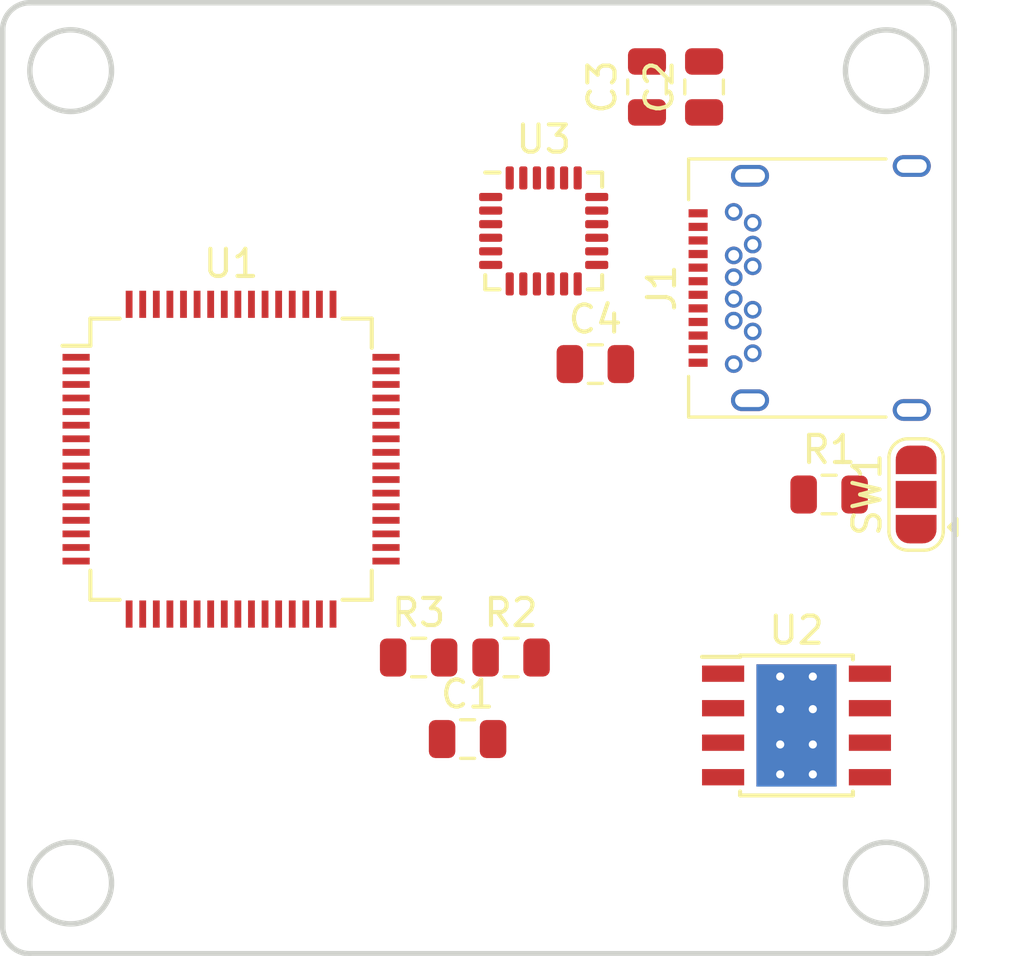
<source format=kicad_pcb>
(kicad_pcb (version 20171130) (host pcbnew 5.0.2+dfsg1-1)

  (general
    (thickness 1.6)
    (drawings 12)
    (tracks 0)
    (zones 0)
    (modules 12)
    (nets 89)
  )

  (page A4)
  (layers
    (0 F.Cu signal)
    (31 B.Cu signal)
    (32 B.Adhes user)
    (33 F.Adhes user)
    (34 B.Paste user)
    (35 F.Paste user)
    (36 B.SilkS user)
    (37 F.SilkS user)
    (38 B.Mask user)
    (39 F.Mask user)
    (40 Dwgs.User user)
    (41 Cmts.User user)
    (42 Eco1.User user)
    (43 Eco2.User user)
    (44 Edge.Cuts user)
    (45 Margin user)
    (46 B.CrtYd user)
    (47 F.CrtYd user)
    (48 B.Fab user)
    (49 F.Fab user)
  )

  (setup
    (last_trace_width 0.25)
    (trace_clearance 0.2)
    (zone_clearance 0.508)
    (zone_45_only no)
    (trace_min 0.2)
    (segment_width 0.2)
    (edge_width 0.2)
    (via_size 0.8)
    (via_drill 0.4)
    (via_min_size 0.4)
    (via_min_drill 0.3)
    (uvia_size 0.3)
    (uvia_drill 0.1)
    (uvias_allowed no)
    (uvia_min_size 0.2)
    (uvia_min_drill 0.1)
    (pcb_text_width 0.3)
    (pcb_text_size 1.5 1.5)
    (mod_edge_width 0.15)
    (mod_text_size 1 1)
    (mod_text_width 0.15)
    (pad_size 1.524 1.524)
    (pad_drill 0.762)
    (pad_to_mask_clearance 0.051)
    (solder_mask_min_width 0.25)
    (aux_axis_origin 0 0)
    (visible_elements FFFFFF7F)
    (pcbplotparams
      (layerselection 0x010fc_ffffffff)
      (usegerberextensions false)
      (usegerberattributes false)
      (usegerberadvancedattributes false)
      (creategerberjobfile false)
      (excludeedgelayer true)
      (linewidth 0.100000)
      (plotframeref false)
      (viasonmask false)
      (mode 1)
      (useauxorigin false)
      (hpglpennumber 1)
      (hpglpenspeed 20)
      (hpglpendiameter 15.000000)
      (psnegative false)
      (psa4output false)
      (plotreference true)
      (plotvalue true)
      (plotinvisibletext false)
      (padsonsilk false)
      (subtractmaskfromsilk false)
      (outputformat 1)
      (mirror false)
      (drillshape 1)
      (scaleselection 1)
      (outputdirectory ""))
  )

  (net 0 "")
  (net 1 GND)
  (net 2 VDD)
  (net 3 "Net-(C4-Pad1)")
  (net 4 "Net-(J1-PadS1)")
  (net 5 "Net-(J1-PadA1)")
  (net 6 "Net-(J1-PadA2)")
  (net 7 "Net-(J1-PadA3)")
  (net 8 "Net-(J1-PadA4)")
  (net 9 "Net-(J1-PadA5)")
  (net 10 /D+)
  (net 11 /D-)
  (net 12 "Net-(J1-PadA10)")
  (net 13 "Net-(J1-PadA8)")
  (net 14 "Net-(J1-PadA11)")
  (net 15 "Net-(J1-PadB2)")
  (net 16 "Net-(J1-PadB3)")
  (net 17 "Net-(J1-PadB5)")
  (net 18 "Net-(J1-PadB8)")
  (net 19 "Net-(J1-PadB10)")
  (net 20 "Net-(J1-PadB11)")
  (net 21 "Net-(R1-Pad1)")
  (net 22 "Net-(R2-Pad2)")
  (net 23 "Net-(U1-Pad1)")
  (net 24 "Net-(U1-Pad2)")
  (net 25 "Net-(U1-Pad3)")
  (net 26 "Net-(U1-Pad4)")
  (net 27 "Net-(U1-Pad5)")
  (net 28 "Net-(U1-Pad6)")
  (net 29 "Net-(U1-Pad7)")
  (net 30 "Net-(U1-Pad8)")
  (net 31 "Net-(U1-Pad9)")
  (net 32 "Net-(U1-Pad10)")
  (net 33 "Net-(U1-Pad11)")
  (net 34 "Net-(U1-Pad13)")
  (net 35 "Net-(U1-Pad14)")
  (net 36 "Net-(U1-Pad15)")
  (net 37 "Net-(U1-Pad16)")
  (net 38 "Net-(U1-Pad17)")
  (net 39 /GYRO_CS)
  (net 40 /SCLK1)
  (net 41 /MISO1)
  (net 42 /MOSI1)
  (net 43 "Net-(U1-Pad24)")
  (net 44 "Net-(U1-Pad25)")
  (net 45 "Net-(U1-Pad26)")
  (net 46 "Net-(U1-Pad27)")
  (net 47 "Net-(U1-Pad28)")
  (net 48 "Net-(U1-Pad29)")
  (net 49 "Net-(U1-Pad30)")
  (net 50 "Net-(U1-Pad33)")
  (net 51 "Net-(U1-Pad34)")
  (net 52 "Net-(U1-Pad35)")
  (net 53 "Net-(U1-Pad36)")
  (net 54 "Net-(U1-Pad37)")
  (net 55 "Net-(U1-Pad38)")
  (net 56 "Net-(U1-Pad39)")
  (net 57 "Net-(U1-Pad40)")
  (net 58 /TX1)
  (net 59 /RX1)
  (net 60 "Net-(U1-Pad46)")
  (net 61 "Net-(U1-Pad49)")
  (net 62 "Net-(U1-Pad50)")
  (net 63 "Net-(U1-Pad51)")
  (net 64 "Net-(U1-Pad52)")
  (net 65 "Net-(U1-Pad53)")
  (net 66 "Net-(U1-Pad54)")
  (net 67 "Net-(U1-Pad55)")
  (net 68 "Net-(U1-Pad56)")
  (net 69 "Net-(U1-Pad57)")
  (net 70 /Motor1)
  (net 71 /Motor2)
  (net 72 /Motor3)
  (net 73 /Motor4)
  (net 74 "Net-(U2-Pad9)")
  (net 75 "Net-(U2-Pad1)")
  (net 76 "Net-(U2-Pad2)")
  (net 77 "Net-(U2-Pad3)")
  (net 78 "Net-(U2-Pad4)")
  (net 79 "Net-(U2-Pad5)")
  (net 80 "Net-(U2-Pad6)")
  (net 81 "Net-(U2-Pad7)")
  (net 82 "Net-(U2-Pad8)")
  (net 83 "Net-(U3-Pad1)")
  (net 84 "Net-(U3-Pad6)")
  (net 85 "Net-(U3-Pad7)")
  (net 86 "Net-(U3-Pad11)")
  (net 87 "Net-(U3-Pad12)")
  (net 88 "Net-(U3-Pad20)")

  (net_class Default "Ceci est la Netclass par défaut."
    (clearance 0.2)
    (trace_width 0.25)
    (via_dia 0.8)
    (via_drill 0.4)
    (uvia_dia 0.3)
    (uvia_drill 0.1)
    (add_net /D+)
    (add_net /D-)
    (add_net /GYRO_CS)
    (add_net /MISO1)
    (add_net /MOSI1)
    (add_net /Motor1)
    (add_net /Motor2)
    (add_net /Motor3)
    (add_net /Motor4)
    (add_net /RX1)
    (add_net /SCLK1)
    (add_net /TX1)
    (add_net GND)
    (add_net "Net-(C4-Pad1)")
    (add_net "Net-(J1-PadA1)")
    (add_net "Net-(J1-PadA10)")
    (add_net "Net-(J1-PadA11)")
    (add_net "Net-(J1-PadA2)")
    (add_net "Net-(J1-PadA3)")
    (add_net "Net-(J1-PadA4)")
    (add_net "Net-(J1-PadA5)")
    (add_net "Net-(J1-PadA8)")
    (add_net "Net-(J1-PadB10)")
    (add_net "Net-(J1-PadB11)")
    (add_net "Net-(J1-PadB2)")
    (add_net "Net-(J1-PadB3)")
    (add_net "Net-(J1-PadB5)")
    (add_net "Net-(J1-PadB8)")
    (add_net "Net-(J1-PadS1)")
    (add_net "Net-(R1-Pad1)")
    (add_net "Net-(R2-Pad2)")
    (add_net "Net-(U1-Pad1)")
    (add_net "Net-(U1-Pad10)")
    (add_net "Net-(U1-Pad11)")
    (add_net "Net-(U1-Pad13)")
    (add_net "Net-(U1-Pad14)")
    (add_net "Net-(U1-Pad15)")
    (add_net "Net-(U1-Pad16)")
    (add_net "Net-(U1-Pad17)")
    (add_net "Net-(U1-Pad2)")
    (add_net "Net-(U1-Pad24)")
    (add_net "Net-(U1-Pad25)")
    (add_net "Net-(U1-Pad26)")
    (add_net "Net-(U1-Pad27)")
    (add_net "Net-(U1-Pad28)")
    (add_net "Net-(U1-Pad29)")
    (add_net "Net-(U1-Pad3)")
    (add_net "Net-(U1-Pad30)")
    (add_net "Net-(U1-Pad33)")
    (add_net "Net-(U1-Pad34)")
    (add_net "Net-(U1-Pad35)")
    (add_net "Net-(U1-Pad36)")
    (add_net "Net-(U1-Pad37)")
    (add_net "Net-(U1-Pad38)")
    (add_net "Net-(U1-Pad39)")
    (add_net "Net-(U1-Pad4)")
    (add_net "Net-(U1-Pad40)")
    (add_net "Net-(U1-Pad46)")
    (add_net "Net-(U1-Pad49)")
    (add_net "Net-(U1-Pad5)")
    (add_net "Net-(U1-Pad50)")
    (add_net "Net-(U1-Pad51)")
    (add_net "Net-(U1-Pad52)")
    (add_net "Net-(U1-Pad53)")
    (add_net "Net-(U1-Pad54)")
    (add_net "Net-(U1-Pad55)")
    (add_net "Net-(U1-Pad56)")
    (add_net "Net-(U1-Pad57)")
    (add_net "Net-(U1-Pad6)")
    (add_net "Net-(U1-Pad7)")
    (add_net "Net-(U1-Pad8)")
    (add_net "Net-(U1-Pad9)")
    (add_net "Net-(U2-Pad1)")
    (add_net "Net-(U2-Pad2)")
    (add_net "Net-(U2-Pad3)")
    (add_net "Net-(U2-Pad4)")
    (add_net "Net-(U2-Pad5)")
    (add_net "Net-(U2-Pad6)")
    (add_net "Net-(U2-Pad7)")
    (add_net "Net-(U2-Pad8)")
    (add_net "Net-(U2-Pad9)")
    (add_net "Net-(U3-Pad1)")
    (add_net "Net-(U3-Pad11)")
    (add_net "Net-(U3-Pad12)")
    (add_net "Net-(U3-Pad20)")
    (add_net "Net-(U3-Pad6)")
    (add_net "Net-(U3-Pad7)")
    (add_net VDD)
  )

  (module Capacitor_SMD:C_0805_2012Metric (layer F.Cu) (tedit 5B36C52B) (tstamp 5E62D199)
    (at 32.1 42.1)
    (descr "Capacitor SMD 0805 (2012 Metric), square (rectangular) end terminal, IPC_7351 nominal, (Body size source: https://docs.google.com/spreadsheets/d/1BsfQQcO9C6DZCsRaXUlFlo91Tg2WpOkGARC1WS5S8t0/edit?usp=sharing), generated with kicad-footprint-generator")
    (tags capacitor)
    (path /5E566FA3)
    (attr smd)
    (fp_text reference C1 (at 0 -1.65) (layer F.SilkS)
      (effects (font (size 1 1) (thickness 0.15)))
    )
    (fp_text value 10nF (at 0 1.65) (layer F.Fab)
      (effects (font (size 1 1) (thickness 0.15)))
    )
    (fp_line (start -1 0.6) (end -1 -0.6) (layer F.Fab) (width 0.1))
    (fp_line (start -1 -0.6) (end 1 -0.6) (layer F.Fab) (width 0.1))
    (fp_line (start 1 -0.6) (end 1 0.6) (layer F.Fab) (width 0.1))
    (fp_line (start 1 0.6) (end -1 0.6) (layer F.Fab) (width 0.1))
    (fp_line (start -0.258578 -0.71) (end 0.258578 -0.71) (layer F.SilkS) (width 0.12))
    (fp_line (start -0.258578 0.71) (end 0.258578 0.71) (layer F.SilkS) (width 0.12))
    (fp_line (start -1.68 0.95) (end -1.68 -0.95) (layer F.CrtYd) (width 0.05))
    (fp_line (start -1.68 -0.95) (end 1.68 -0.95) (layer F.CrtYd) (width 0.05))
    (fp_line (start 1.68 -0.95) (end 1.68 0.95) (layer F.CrtYd) (width 0.05))
    (fp_line (start 1.68 0.95) (end -1.68 0.95) (layer F.CrtYd) (width 0.05))
    (fp_text user %R (at 0 0) (layer F.Fab)
      (effects (font (size 0.5 0.5) (thickness 0.08)))
    )
    (pad 1 smd roundrect (at -0.9375 0) (size 0.975 1.4) (layers F.Cu F.Paste F.Mask) (roundrect_rratio 0.25)
      (net 1 GND))
    (pad 2 smd roundrect (at 0.9375 0) (size 0.975 1.4) (layers F.Cu F.Paste F.Mask) (roundrect_rratio 0.25)
      (net 2 VDD))
    (model ${KISYS3DMOD}/Capacitor_SMD.3dshapes/C_0805_2012Metric.wrl
      (at (xyz 0 0 0))
      (scale (xyz 1 1 1))
      (rotate (xyz 0 0 0))
    )
  )

  (module Capacitor_SMD:C_0805_2012Metric (layer F.Cu) (tedit 5B36C52B) (tstamp 5E62D1AA)
    (at 40.8 18.1 90)
    (descr "Capacitor SMD 0805 (2012 Metric), square (rectangular) end terminal, IPC_7351 nominal, (Body size source: https://docs.google.com/spreadsheets/d/1BsfQQcO9C6DZCsRaXUlFlo91Tg2WpOkGARC1WS5S8t0/edit?usp=sharing), generated with kicad-footprint-generator")
    (tags capacitor)
    (path /5E56C31E)
    (attr smd)
    (fp_text reference C2 (at 0 -1.65 90) (layer F.SilkS)
      (effects (font (size 1 1) (thickness 0.15)))
    )
    (fp_text value 2.2µF (at 0 1.65 90) (layer F.Fab)
      (effects (font (size 1 1) (thickness 0.15)))
    )
    (fp_line (start -1 0.6) (end -1 -0.6) (layer F.Fab) (width 0.1))
    (fp_line (start -1 -0.6) (end 1 -0.6) (layer F.Fab) (width 0.1))
    (fp_line (start 1 -0.6) (end 1 0.6) (layer F.Fab) (width 0.1))
    (fp_line (start 1 0.6) (end -1 0.6) (layer F.Fab) (width 0.1))
    (fp_line (start -0.258578 -0.71) (end 0.258578 -0.71) (layer F.SilkS) (width 0.12))
    (fp_line (start -0.258578 0.71) (end 0.258578 0.71) (layer F.SilkS) (width 0.12))
    (fp_line (start -1.68 0.95) (end -1.68 -0.95) (layer F.CrtYd) (width 0.05))
    (fp_line (start -1.68 -0.95) (end 1.68 -0.95) (layer F.CrtYd) (width 0.05))
    (fp_line (start 1.68 -0.95) (end 1.68 0.95) (layer F.CrtYd) (width 0.05))
    (fp_line (start 1.68 0.95) (end -1.68 0.95) (layer F.CrtYd) (width 0.05))
    (fp_text user %R (at 0 0 90) (layer F.Fab)
      (effects (font (size 0.5 0.5) (thickness 0.08)))
    )
    (pad 1 smd roundrect (at -0.9375 0 90) (size 0.975 1.4) (layers F.Cu F.Paste F.Mask) (roundrect_rratio 0.25)
      (net 2 VDD))
    (pad 2 smd roundrect (at 0.9375 0 90) (size 0.975 1.4) (layers F.Cu F.Paste F.Mask) (roundrect_rratio 0.25)
      (net 1 GND))
    (model ${KISYS3DMOD}/Capacitor_SMD.3dshapes/C_0805_2012Metric.wrl
      (at (xyz 0 0 0))
      (scale (xyz 1 1 1))
      (rotate (xyz 0 0 0))
    )
  )

  (module Capacitor_SMD:C_0805_2012Metric (layer F.Cu) (tedit 5B36C52B) (tstamp 5E62D1BB)
    (at 38.7 18.1 90)
    (descr "Capacitor SMD 0805 (2012 Metric), square (rectangular) end terminal, IPC_7351 nominal, (Body size source: https://docs.google.com/spreadsheets/d/1BsfQQcO9C6DZCsRaXUlFlo91Tg2WpOkGARC1WS5S8t0/edit?usp=sharing), generated with kicad-footprint-generator")
    (tags capacitor)
    (path /5E56C28A)
    (attr smd)
    (fp_text reference C3 (at 0 -1.65 90) (layer F.SilkS)
      (effects (font (size 1 1) (thickness 0.15)))
    )
    (fp_text value 0.1µF (at 0 1.65 90) (layer F.Fab)
      (effects (font (size 1 1) (thickness 0.15)))
    )
    (fp_text user %R (at 0 0 90) (layer F.Fab)
      (effects (font (size 0.5 0.5) (thickness 0.08)))
    )
    (fp_line (start 1.68 0.95) (end -1.68 0.95) (layer F.CrtYd) (width 0.05))
    (fp_line (start 1.68 -0.95) (end 1.68 0.95) (layer F.CrtYd) (width 0.05))
    (fp_line (start -1.68 -0.95) (end 1.68 -0.95) (layer F.CrtYd) (width 0.05))
    (fp_line (start -1.68 0.95) (end -1.68 -0.95) (layer F.CrtYd) (width 0.05))
    (fp_line (start -0.258578 0.71) (end 0.258578 0.71) (layer F.SilkS) (width 0.12))
    (fp_line (start -0.258578 -0.71) (end 0.258578 -0.71) (layer F.SilkS) (width 0.12))
    (fp_line (start 1 0.6) (end -1 0.6) (layer F.Fab) (width 0.1))
    (fp_line (start 1 -0.6) (end 1 0.6) (layer F.Fab) (width 0.1))
    (fp_line (start -1 -0.6) (end 1 -0.6) (layer F.Fab) (width 0.1))
    (fp_line (start -1 0.6) (end -1 -0.6) (layer F.Fab) (width 0.1))
    (pad 2 smd roundrect (at 0.9375 0 90) (size 0.975 1.4) (layers F.Cu F.Paste F.Mask) (roundrect_rratio 0.25)
      (net 1 GND))
    (pad 1 smd roundrect (at -0.9375 0 90) (size 0.975 1.4) (layers F.Cu F.Paste F.Mask) (roundrect_rratio 0.25)
      (net 2 VDD))
    (model ${KISYS3DMOD}/Capacitor_SMD.3dshapes/C_0805_2012Metric.wrl
      (at (xyz 0 0 0))
      (scale (xyz 1 1 1))
      (rotate (xyz 0 0 0))
    )
  )

  (module Capacitor_SMD:C_0805_2012Metric (layer F.Cu) (tedit 5B36C52B) (tstamp 5E62D1CC)
    (at 36.8 28.3)
    (descr "Capacitor SMD 0805 (2012 Metric), square (rectangular) end terminal, IPC_7351 nominal, (Body size source: https://docs.google.com/spreadsheets/d/1BsfQQcO9C6DZCsRaXUlFlo91Tg2WpOkGARC1WS5S8t0/edit?usp=sharing), generated with kicad-footprint-generator")
    (tags capacitor)
    (path /5E572AB1)
    (attr smd)
    (fp_text reference C4 (at 0 -1.65) (layer F.SilkS)
      (effects (font (size 1 1) (thickness 0.15)))
    )
    (fp_text value C_Small (at 0 1.65) (layer F.Fab)
      (effects (font (size 1 1) (thickness 0.15)))
    )
    (fp_text user %R (at 0 0) (layer F.Fab)
      (effects (font (size 0.5 0.5) (thickness 0.08)))
    )
    (fp_line (start 1.68 0.95) (end -1.68 0.95) (layer F.CrtYd) (width 0.05))
    (fp_line (start 1.68 -0.95) (end 1.68 0.95) (layer F.CrtYd) (width 0.05))
    (fp_line (start -1.68 -0.95) (end 1.68 -0.95) (layer F.CrtYd) (width 0.05))
    (fp_line (start -1.68 0.95) (end -1.68 -0.95) (layer F.CrtYd) (width 0.05))
    (fp_line (start -0.258578 0.71) (end 0.258578 0.71) (layer F.SilkS) (width 0.12))
    (fp_line (start -0.258578 -0.71) (end 0.258578 -0.71) (layer F.SilkS) (width 0.12))
    (fp_line (start 1 0.6) (end -1 0.6) (layer F.Fab) (width 0.1))
    (fp_line (start 1 -0.6) (end 1 0.6) (layer F.Fab) (width 0.1))
    (fp_line (start -1 -0.6) (end 1 -0.6) (layer F.Fab) (width 0.1))
    (fp_line (start -1 0.6) (end -1 -0.6) (layer F.Fab) (width 0.1))
    (pad 2 smd roundrect (at 0.9375 0) (size 0.975 1.4) (layers F.Cu F.Paste F.Mask) (roundrect_rratio 0.25)
      (net 1 GND))
    (pad 1 smd roundrect (at -0.9375 0) (size 0.975 1.4) (layers F.Cu F.Paste F.Mask) (roundrect_rratio 0.25)
      (net 3 "Net-(C4-Pad1)"))
    (model ${KISYS3DMOD}/Capacitor_SMD.3dshapes/C_0805_2012Metric.wrl
      (at (xyz 0 0 0))
      (scale (xyz 1 1 1))
      (rotate (xyz 0 0 0))
    )
  )

  (module Connector_USB:USB_C_Receptacle_Amphenol_12401548E4-2A (layer F.Cu) (tedit 5A142044) (tstamp 5E62D1FB)
    (at 45.6 25.5 90)
    (descr "USB TYPE C, RA RCPT PCB, Hybrid, https://www.amphenolcanada.com/StockAvailabilityPrice.aspx?From=&PartNum=12401548E4%7e2A")
    (tags "USB C Type-C Receptacle Hybrid")
    (path /5E5664C4)
    (attr smd)
    (fp_text reference J1 (at 0 -6.36 90) (layer F.SilkS)
      (effects (font (size 1 1) (thickness 0.15)))
    )
    (fp_text value USB_C_Receptacle (at 0 6.14 90) (layer F.Fab)
      (effects (font (size 1 1) (thickness 0.15)))
    )
    (fp_text user %R (at 0 0 90) (layer F.Fab)
      (effects (font (size 1 1) (thickness 0.1)))
    )
    (fp_line (start -5.39 5.73) (end -5.39 -5.87) (layer F.CrtYd) (width 0.05))
    (fp_line (start 5.39 5.73) (end -5.39 5.73) (layer F.CrtYd) (width 0.05))
    (fp_line (start 5.39 -5.87) (end 5.39 5.73) (layer F.CrtYd) (width 0.05))
    (fp_line (start -5.39 -5.87) (end 5.39 -5.87) (layer F.CrtYd) (width 0.05))
    (fp_line (start 4.6 5.23) (end 4.6 -5.22) (layer F.Fab) (width 0.1))
    (fp_line (start -4.6 5.23) (end 4.6 5.23) (layer F.Fab) (width 0.1))
    (fp_line (start 3.25 -5.37) (end 4.75 -5.37) (layer F.SilkS) (width 0.12))
    (fp_line (start 4.75 -5.37) (end 4.75 1.89) (layer F.SilkS) (width 0.12))
    (fp_line (start -4.75 -5.37) (end -4.75 1.89) (layer F.SilkS) (width 0.12))
    (fp_line (start -4.75 -5.37) (end -3.25 -5.37) (layer F.SilkS) (width 0.12))
    (fp_line (start -4.6 -5.22) (end 4.6 -5.22) (layer F.Fab) (width 0.1))
    (fp_line (start -4.6 5.23) (end -4.6 -5.22) (layer F.Fab) (width 0.1))
    (pad S1 thru_hole oval (at -4.13 -3.11 90) (size 0.8 1.4) (drill oval 0.5 1.1) (layers *.Cu *.Mask)
      (net 4 "Net-(J1-PadS1)"))
    (pad A1 smd rect (at -2.75 -5.02 90) (size 0.3 0.7) (layers F.Cu F.Paste F.Mask)
      (net 5 "Net-(J1-PadA1)"))
    (pad A2 smd rect (at -2.25 -5.02 90) (size 0.3 0.7) (layers F.Cu F.Paste F.Mask)
      (net 6 "Net-(J1-PadA2)"))
    (pad A3 smd rect (at -1.75 -5.02 90) (size 0.3 0.7) (layers F.Cu F.Paste F.Mask)
      (net 7 "Net-(J1-PadA3)"))
    (pad A4 smd rect (at -1.25 -5.02 90) (size 0.3 0.7) (layers F.Cu F.Paste F.Mask)
      (net 8 "Net-(J1-PadA4)"))
    (pad A5 smd rect (at -0.75 -5.02 90) (size 0.3 0.7) (layers F.Cu F.Paste F.Mask)
      (net 9 "Net-(J1-PadA5)"))
    (pad A6 smd rect (at -0.25 -5.02 90) (size 0.3 0.7) (layers F.Cu F.Paste F.Mask)
      (net 10 /D+))
    (pad A7 smd rect (at 0.25 -5.02 90) (size 0.3 0.7) (layers F.Cu F.Paste F.Mask)
      (net 11 /D-))
    (pad A12 smd rect (at 2.75 -5.02 90) (size 0.3 0.7) (layers F.Cu F.Paste F.Mask)
      (net 5 "Net-(J1-PadA1)"))
    (pad A10 smd rect (at 1.75 -5.02 90) (size 0.3 0.7) (layers F.Cu F.Paste F.Mask)
      (net 12 "Net-(J1-PadA10)"))
    (pad A9 smd rect (at 1.25 -5.02 90) (size 0.3 0.7) (layers F.Cu F.Paste F.Mask)
      (net 8 "Net-(J1-PadA4)"))
    (pad A8 smd rect (at 0.75 -5.02 90) (size 0.3 0.7) (layers F.Cu F.Paste F.Mask)
      (net 13 "Net-(J1-PadA8)"))
    (pad A11 smd rect (at 2.25 -5.02 90) (size 0.3 0.7) (layers F.Cu F.Paste F.Mask)
      (net 14 "Net-(J1-PadA11)"))
    (pad S1 thru_hole oval (at 4.13 -3.11 90) (size 0.8 1.4) (drill oval 0.5 1.1) (layers *.Cu *.Mask)
      (net 4 "Net-(J1-PadS1)"))
    (pad S1 thru_hole oval (at 4.49 2.84 90) (size 0.8 1.4) (drill oval 0.5 1.1) (layers *.Cu *.Mask)
      (net 4 "Net-(J1-PadS1)"))
    (pad S1 thru_hole oval (at -4.49 2.84 90) (size 0.8 1.4) (drill oval 0.5 1.1) (layers *.Cu *.Mask)
      (net 4 "Net-(J1-PadS1)"))
    (pad "" np_thru_hole oval (at 3.6 -4.36 90) (size 0.95 0.65) (drill oval 0.95 0.65) (layers *.Cu *.Mask))
    (pad "" np_thru_hole circle (at -3.6 -4.36 90) (size 0.65 0.65) (drill 0.65) (layers *.Cu *.Mask))
    (pad B1 thru_hole circle (at 2.8 -3.71 90) (size 0.65 0.65) (drill 0.4) (layers *.Cu *.Mask)
      (net 5 "Net-(J1-PadA1)"))
    (pad B4 thru_hole circle (at 1.2 -3.71 90) (size 0.65 0.65) (drill 0.4) (layers *.Cu *.Mask)
      (net 8 "Net-(J1-PadA4)"))
    (pad B6 thru_hole circle (at 0.4 -3.71 90) (size 0.65 0.65) (drill 0.4) (layers *.Cu *.Mask)
      (net 10 /D+))
    (pad B7 thru_hole circle (at -0.4 -3.71 90) (size 0.65 0.65) (drill 0.4) (layers *.Cu *.Mask)
      (net 11 /D-))
    (pad B9 thru_hole circle (at -1.2 -3.71 90) (size 0.65 0.65) (drill 0.4) (layers *.Cu *.Mask)
      (net 8 "Net-(J1-PadA4)"))
    (pad B12 thru_hole circle (at -2.8 -3.71 90) (size 0.65 0.65) (drill 0.4) (layers *.Cu *.Mask)
      (net 5 "Net-(J1-PadA1)"))
    (pad B2 thru_hole circle (at 2.4 -3.01 90) (size 0.65 0.65) (drill 0.4) (layers *.Cu *.Mask)
      (net 15 "Net-(J1-PadB2)"))
    (pad B3 thru_hole circle (at 1.6 -3.01 90) (size 0.65 0.65) (drill 0.4) (layers *.Cu *.Mask)
      (net 16 "Net-(J1-PadB3)"))
    (pad B5 thru_hole circle (at 0.8 -3.01 90) (size 0.65 0.65) (drill 0.4) (layers *.Cu *.Mask)
      (net 17 "Net-(J1-PadB5)"))
    (pad B8 thru_hole circle (at -0.8 -3.01 90) (size 0.65 0.65) (drill 0.4) (layers *.Cu *.Mask)
      (net 18 "Net-(J1-PadB8)"))
    (pad B10 thru_hole circle (at -1.6 -3.01 90) (size 0.65 0.65) (drill 0.4) (layers *.Cu *.Mask)
      (net 19 "Net-(J1-PadB10)"))
    (pad B11 thru_hole circle (at -2.4 -3.01 90) (size 0.65 0.65) (drill 0.4) (layers *.Cu *.Mask)
      (net 20 "Net-(J1-PadB11)"))
    (model ${KISYS3DMOD}/Connector_USB.3dshapes/USB_C_Receptacle_Amphenol_12401548E4-2A.wrl
      (at (xyz 0 0 0))
      (scale (xyz 1 1 1))
      (rotate (xyz 0 0 0))
    )
  )

  (module Resistor_SMD:R_0805_2012Metric (layer F.Cu) (tedit 5B36C52B) (tstamp 5E62D20C)
    (at 45.4 33.1)
    (descr "Resistor SMD 0805 (2012 Metric), square (rectangular) end terminal, IPC_7351 nominal, (Body size source: https://docs.google.com/spreadsheets/d/1BsfQQcO9C6DZCsRaXUlFlo91Tg2WpOkGARC1WS5S8t0/edit?usp=sharing), generated with kicad-footprint-generator")
    (tags resistor)
    (path /5E565B27)
    (attr smd)
    (fp_text reference R1 (at 0 -1.65) (layer F.SilkS)
      (effects (font (size 1 1) (thickness 0.15)))
    )
    (fp_text value 4.7k (at 0 1.65) (layer F.Fab)
      (effects (font (size 1 1) (thickness 0.15)))
    )
    (fp_line (start -1 0.6) (end -1 -0.6) (layer F.Fab) (width 0.1))
    (fp_line (start -1 -0.6) (end 1 -0.6) (layer F.Fab) (width 0.1))
    (fp_line (start 1 -0.6) (end 1 0.6) (layer F.Fab) (width 0.1))
    (fp_line (start 1 0.6) (end -1 0.6) (layer F.Fab) (width 0.1))
    (fp_line (start -0.258578 -0.71) (end 0.258578 -0.71) (layer F.SilkS) (width 0.12))
    (fp_line (start -0.258578 0.71) (end 0.258578 0.71) (layer F.SilkS) (width 0.12))
    (fp_line (start -1.68 0.95) (end -1.68 -0.95) (layer F.CrtYd) (width 0.05))
    (fp_line (start -1.68 -0.95) (end 1.68 -0.95) (layer F.CrtYd) (width 0.05))
    (fp_line (start 1.68 -0.95) (end 1.68 0.95) (layer F.CrtYd) (width 0.05))
    (fp_line (start 1.68 0.95) (end -1.68 0.95) (layer F.CrtYd) (width 0.05))
    (fp_text user %R (at 0 0) (layer F.Fab)
      (effects (font (size 0.5 0.5) (thickness 0.08)))
    )
    (pad 1 smd roundrect (at -0.9375 0) (size 0.975 1.4) (layers F.Cu F.Paste F.Mask) (roundrect_rratio 0.25)
      (net 21 "Net-(R1-Pad1)"))
    (pad 2 smd roundrect (at 0.9375 0) (size 0.975 1.4) (layers F.Cu F.Paste F.Mask) (roundrect_rratio 0.25)
      (net 1 GND))
    (model ${KISYS3DMOD}/Resistor_SMD.3dshapes/R_0805_2012Metric.wrl
      (at (xyz 0 0 0))
      (scale (xyz 1 1 1))
      (rotate (xyz 0 0 0))
    )
  )

  (module Resistor_SMD:R_0805_2012Metric (layer F.Cu) (tedit 5B36C52B) (tstamp 5E62D21D)
    (at 33.7 39.1)
    (descr "Resistor SMD 0805 (2012 Metric), square (rectangular) end terminal, IPC_7351 nominal, (Body size source: https://docs.google.com/spreadsheets/d/1BsfQQcO9C6DZCsRaXUlFlo91Tg2WpOkGARC1WS5S8t0/edit?usp=sharing), generated with kicad-footprint-generator")
    (tags resistor)
    (path /5E568D48)
    (attr smd)
    (fp_text reference R2 (at 0 -1.65) (layer F.SilkS)
      (effects (font (size 1 1) (thickness 0.15)))
    )
    (fp_text value 10k (at 0 1.65) (layer F.Fab)
      (effects (font (size 1 1) (thickness 0.15)))
    )
    (fp_text user %R (at 0 0) (layer F.Fab)
      (effects (font (size 0.5 0.5) (thickness 0.08)))
    )
    (fp_line (start 1.68 0.95) (end -1.68 0.95) (layer F.CrtYd) (width 0.05))
    (fp_line (start 1.68 -0.95) (end 1.68 0.95) (layer F.CrtYd) (width 0.05))
    (fp_line (start -1.68 -0.95) (end 1.68 -0.95) (layer F.CrtYd) (width 0.05))
    (fp_line (start -1.68 0.95) (end -1.68 -0.95) (layer F.CrtYd) (width 0.05))
    (fp_line (start -0.258578 0.71) (end 0.258578 0.71) (layer F.SilkS) (width 0.12))
    (fp_line (start -0.258578 -0.71) (end 0.258578 -0.71) (layer F.SilkS) (width 0.12))
    (fp_line (start 1 0.6) (end -1 0.6) (layer F.Fab) (width 0.1))
    (fp_line (start 1 -0.6) (end 1 0.6) (layer F.Fab) (width 0.1))
    (fp_line (start -1 -0.6) (end 1 -0.6) (layer F.Fab) (width 0.1))
    (fp_line (start -1 0.6) (end -1 -0.6) (layer F.Fab) (width 0.1))
    (pad 2 smd roundrect (at 0.9375 0) (size 0.975 1.4) (layers F.Cu F.Paste F.Mask) (roundrect_rratio 0.25)
      (net 22 "Net-(R2-Pad2)"))
    (pad 1 smd roundrect (at -0.9375 0) (size 0.975 1.4) (layers F.Cu F.Paste F.Mask) (roundrect_rratio 0.25)
      (net 2 VDD))
    (model ${KISYS3DMOD}/Resistor_SMD.3dshapes/R_0805_2012Metric.wrl
      (at (xyz 0 0 0))
      (scale (xyz 1 1 1))
      (rotate (xyz 0 0 0))
    )
  )

  (module Resistor_SMD:R_0805_2012Metric (layer F.Cu) (tedit 5B36C52B) (tstamp 5E62D22E)
    (at 30.3 39.1)
    (descr "Resistor SMD 0805 (2012 Metric), square (rectangular) end terminal, IPC_7351 nominal, (Body size source: https://docs.google.com/spreadsheets/d/1BsfQQcO9C6DZCsRaXUlFlo91Tg2WpOkGARC1WS5S8t0/edit?usp=sharing), generated with kicad-footprint-generator")
    (tags resistor)
    (path /5E568F22)
    (attr smd)
    (fp_text reference R3 (at 0 -1.65) (layer F.SilkS)
      (effects (font (size 1 1) (thickness 0.15)))
    )
    (fp_text value 10k (at 0 1.65) (layer F.Fab)
      (effects (font (size 1 1) (thickness 0.15)))
    )
    (fp_line (start -1 0.6) (end -1 -0.6) (layer F.Fab) (width 0.1))
    (fp_line (start -1 -0.6) (end 1 -0.6) (layer F.Fab) (width 0.1))
    (fp_line (start 1 -0.6) (end 1 0.6) (layer F.Fab) (width 0.1))
    (fp_line (start 1 0.6) (end -1 0.6) (layer F.Fab) (width 0.1))
    (fp_line (start -0.258578 -0.71) (end 0.258578 -0.71) (layer F.SilkS) (width 0.12))
    (fp_line (start -0.258578 0.71) (end 0.258578 0.71) (layer F.SilkS) (width 0.12))
    (fp_line (start -1.68 0.95) (end -1.68 -0.95) (layer F.CrtYd) (width 0.05))
    (fp_line (start -1.68 -0.95) (end 1.68 -0.95) (layer F.CrtYd) (width 0.05))
    (fp_line (start 1.68 -0.95) (end 1.68 0.95) (layer F.CrtYd) (width 0.05))
    (fp_line (start 1.68 0.95) (end -1.68 0.95) (layer F.CrtYd) (width 0.05))
    (fp_text user %R (at 0 0) (layer F.Fab)
      (effects (font (size 0.5 0.5) (thickness 0.08)))
    )
    (pad 1 smd roundrect (at -0.9375 0) (size 0.975 1.4) (layers F.Cu F.Paste F.Mask) (roundrect_rratio 0.25)
      (net 22 "Net-(R2-Pad2)"))
    (pad 2 smd roundrect (at 0.9375 0) (size 0.975 1.4) (layers F.Cu F.Paste F.Mask) (roundrect_rratio 0.25)
      (net 1 GND))
    (model ${KISYS3DMOD}/Resistor_SMD.3dshapes/R_0805_2012Metric.wrl
      (at (xyz 0 0 0))
      (scale (xyz 1 1 1))
      (rotate (xyz 0 0 0))
    )
  )

  (module Jumper:SolderJumper-3_P1.3mm_Open_RoundedPad1.0x1.5mm (layer F.Cu) (tedit 5B391EB7) (tstamp 5E62D244)
    (at 48.6 33.1 90)
    (descr "SMD Solder 3-pad Jumper, 1x1.5mm rounded Pads, 0.3mm gap, open")
    (tags "solder jumper open")
    (path /5E565A03)
    (attr virtual)
    (fp_text reference SW1 (at 0 -1.8 90) (layer F.SilkS)
      (effects (font (size 1 1) (thickness 0.15)))
    )
    (fp_text value BOOT (at 0 1.9 90) (layer F.Fab)
      (effects (font (size 1 1) (thickness 0.15)))
    )
    (fp_line (start -1.2 1.2) (end -0.9 1.5) (layer F.SilkS) (width 0.12))
    (fp_line (start -1.5 1.5) (end -0.9 1.5) (layer F.SilkS) (width 0.12))
    (fp_line (start -1.2 1.2) (end -1.5 1.5) (layer F.SilkS) (width 0.12))
    (fp_line (start -2.05 0.3) (end -2.05 -0.3) (layer F.SilkS) (width 0.12))
    (fp_line (start 1.4 1) (end -1.4 1) (layer F.SilkS) (width 0.12))
    (fp_line (start 2.05 -0.3) (end 2.05 0.3) (layer F.SilkS) (width 0.12))
    (fp_line (start -1.4 -1) (end 1.4 -1) (layer F.SilkS) (width 0.12))
    (fp_line (start -2.3 -1.25) (end 2.3 -1.25) (layer F.CrtYd) (width 0.05))
    (fp_line (start -2.3 -1.25) (end -2.3 1.25) (layer F.CrtYd) (width 0.05))
    (fp_line (start 2.3 1.25) (end 2.3 -1.25) (layer F.CrtYd) (width 0.05))
    (fp_line (start 2.3 1.25) (end -2.3 1.25) (layer F.CrtYd) (width 0.05))
    (fp_arc (start 1.35 -0.3) (end 2.05 -0.3) (angle -90) (layer F.SilkS) (width 0.12))
    (fp_arc (start 1.35 0.3) (end 1.35 1) (angle -90) (layer F.SilkS) (width 0.12))
    (fp_arc (start -1.35 0.3) (end -2.05 0.3) (angle -90) (layer F.SilkS) (width 0.12))
    (fp_arc (start -1.35 -0.3) (end -1.35 -1) (angle -90) (layer F.SilkS) (width 0.12))
    (pad 1 smd custom (at -1.3 0 90) (size 1 0.5) (layers F.Cu F.Mask)
      (net 2 VDD) (zone_connect 0)
      (options (clearance outline) (anchor rect))
      (primitives
        (gr_circle (center 0 0.25) (end 0.5 0.25) (width 0))
        (gr_circle (center 0 -0.25) (end 0.5 -0.25) (width 0))
        (gr_poly (pts
           (xy 0.55 -0.75) (xy 0 -0.75) (xy 0 0.75) (xy 0.55 0.75)) (width 0))
      ))
    (pad 3 smd custom (at 1.3 0 90) (size 1 0.5) (layers F.Cu F.Mask)
      (zone_connect 0)
      (options (clearance outline) (anchor rect))
      (primitives
        (gr_circle (center 0 0.25) (end 0.5 0.25) (width 0))
        (gr_circle (center 0 -0.25) (end 0.5 -0.25) (width 0))
        (gr_poly (pts
           (xy -0.55 -0.75) (xy 0 -0.75) (xy 0 0.75) (xy -0.55 0.75)) (width 0))
      ))
    (pad 2 smd rect (at 0 0 90) (size 1 1.5) (layers F.Cu F.Mask)
      (net 21 "Net-(R1-Pad1)"))
  )

  (module Package_QFP:LQFP-64_10x10mm_P0.5mm (layer F.Cu) (tedit 5A02F146) (tstamp 5E62D29B)
    (at 23.4 31.8)
    (descr "64 LEAD LQFP 10x10mm (see MICREL LQFP10x10-64LD-PL-1.pdf)")
    (tags "QFP 0.5")
    (path /5E5641B3)
    (attr smd)
    (fp_text reference U1 (at 0 -7.2) (layer F.SilkS)
      (effects (font (size 1 1) (thickness 0.15)))
    )
    (fp_text value STM32F722RETx (at 0 7.2) (layer F.Fab)
      (effects (font (size 1 1) (thickness 0.15)))
    )
    (fp_text user %R (at 0 0) (layer F.Fab)
      (effects (font (size 1 1) (thickness 0.15)))
    )
    (fp_line (start -4 -5) (end 5 -5) (layer F.Fab) (width 0.15))
    (fp_line (start 5 -5) (end 5 5) (layer F.Fab) (width 0.15))
    (fp_line (start 5 5) (end -5 5) (layer F.Fab) (width 0.15))
    (fp_line (start -5 5) (end -5 -4) (layer F.Fab) (width 0.15))
    (fp_line (start -5 -4) (end -4 -5) (layer F.Fab) (width 0.15))
    (fp_line (start -6.45 -6.45) (end -6.45 6.45) (layer F.CrtYd) (width 0.05))
    (fp_line (start 6.45 -6.45) (end 6.45 6.45) (layer F.CrtYd) (width 0.05))
    (fp_line (start -6.45 -6.45) (end 6.45 -6.45) (layer F.CrtYd) (width 0.05))
    (fp_line (start -6.45 6.45) (end 6.45 6.45) (layer F.CrtYd) (width 0.05))
    (fp_line (start -5.175 -5.175) (end -5.175 -4.175) (layer F.SilkS) (width 0.15))
    (fp_line (start 5.175 -5.175) (end 5.175 -4.1) (layer F.SilkS) (width 0.15))
    (fp_line (start 5.175 5.175) (end 5.175 4.1) (layer F.SilkS) (width 0.15))
    (fp_line (start -5.175 5.175) (end -5.175 4.1) (layer F.SilkS) (width 0.15))
    (fp_line (start -5.175 -5.175) (end -4.1 -5.175) (layer F.SilkS) (width 0.15))
    (fp_line (start -5.175 5.175) (end -4.1 5.175) (layer F.SilkS) (width 0.15))
    (fp_line (start 5.175 5.175) (end 4.1 5.175) (layer F.SilkS) (width 0.15))
    (fp_line (start 5.175 -5.175) (end 4.1 -5.175) (layer F.SilkS) (width 0.15))
    (fp_line (start -5.175 -4.175) (end -6.2 -4.175) (layer F.SilkS) (width 0.15))
    (pad 1 smd rect (at -5.7 -3.75) (size 1 0.25) (layers F.Cu F.Paste F.Mask)
      (net 23 "Net-(U1-Pad1)"))
    (pad 2 smd rect (at -5.7 -3.25) (size 1 0.25) (layers F.Cu F.Paste F.Mask)
      (net 24 "Net-(U1-Pad2)"))
    (pad 3 smd rect (at -5.7 -2.75) (size 1 0.25) (layers F.Cu F.Paste F.Mask)
      (net 25 "Net-(U1-Pad3)"))
    (pad 4 smd rect (at -5.7 -2.25) (size 1 0.25) (layers F.Cu F.Paste F.Mask)
      (net 26 "Net-(U1-Pad4)"))
    (pad 5 smd rect (at -5.7 -1.75) (size 1 0.25) (layers F.Cu F.Paste F.Mask)
      (net 27 "Net-(U1-Pad5)"))
    (pad 6 smd rect (at -5.7 -1.25) (size 1 0.25) (layers F.Cu F.Paste F.Mask)
      (net 28 "Net-(U1-Pad6)"))
    (pad 7 smd rect (at -5.7 -0.75) (size 1 0.25) (layers F.Cu F.Paste F.Mask)
      (net 29 "Net-(U1-Pad7)"))
    (pad 8 smd rect (at -5.7 -0.25) (size 1 0.25) (layers F.Cu F.Paste F.Mask)
      (net 30 "Net-(U1-Pad8)"))
    (pad 9 smd rect (at -5.7 0.25) (size 1 0.25) (layers F.Cu F.Paste F.Mask)
      (net 31 "Net-(U1-Pad9)"))
    (pad 10 smd rect (at -5.7 0.75) (size 1 0.25) (layers F.Cu F.Paste F.Mask)
      (net 32 "Net-(U1-Pad10)"))
    (pad 11 smd rect (at -5.7 1.25) (size 1 0.25) (layers F.Cu F.Paste F.Mask)
      (net 33 "Net-(U1-Pad11)"))
    (pad 12 smd rect (at -5.7 1.75) (size 1 0.25) (layers F.Cu F.Paste F.Mask)
      (net 1 GND))
    (pad 13 smd rect (at -5.7 2.25) (size 1 0.25) (layers F.Cu F.Paste F.Mask)
      (net 34 "Net-(U1-Pad13)"))
    (pad 14 smd rect (at -5.7 2.75) (size 1 0.25) (layers F.Cu F.Paste F.Mask)
      (net 35 "Net-(U1-Pad14)"))
    (pad 15 smd rect (at -5.7 3.25) (size 1 0.25) (layers F.Cu F.Paste F.Mask)
      (net 36 "Net-(U1-Pad15)"))
    (pad 16 smd rect (at -5.7 3.75) (size 1 0.25) (layers F.Cu F.Paste F.Mask)
      (net 37 "Net-(U1-Pad16)"))
    (pad 17 smd rect (at -3.75 5.7 90) (size 1 0.25) (layers F.Cu F.Paste F.Mask)
      (net 38 "Net-(U1-Pad17)"))
    (pad 18 smd rect (at -3.25 5.7 90) (size 1 0.25) (layers F.Cu F.Paste F.Mask)
      (net 1 GND))
    (pad 19 smd rect (at -2.75 5.7 90) (size 1 0.25) (layers F.Cu F.Paste F.Mask)
      (net 2 VDD))
    (pad 20 smd rect (at -2.25 5.7 90) (size 1 0.25) (layers F.Cu F.Paste F.Mask)
      (net 39 /GYRO_CS))
    (pad 21 smd rect (at -1.75 5.7 90) (size 1 0.25) (layers F.Cu F.Paste F.Mask)
      (net 40 /SCLK1))
    (pad 22 smd rect (at -1.25 5.7 90) (size 1 0.25) (layers F.Cu F.Paste F.Mask)
      (net 41 /MISO1))
    (pad 23 smd rect (at -0.75 5.7 90) (size 1 0.25) (layers F.Cu F.Paste F.Mask)
      (net 42 /MOSI1))
    (pad 24 smd rect (at -0.25 5.7 90) (size 1 0.25) (layers F.Cu F.Paste F.Mask)
      (net 43 "Net-(U1-Pad24)"))
    (pad 25 smd rect (at 0.25 5.7 90) (size 1 0.25) (layers F.Cu F.Paste F.Mask)
      (net 44 "Net-(U1-Pad25)"))
    (pad 26 smd rect (at 0.75 5.7 90) (size 1 0.25) (layers F.Cu F.Paste F.Mask)
      (net 45 "Net-(U1-Pad26)"))
    (pad 27 smd rect (at 1.25 5.7 90) (size 1 0.25) (layers F.Cu F.Paste F.Mask)
      (net 46 "Net-(U1-Pad27)"))
    (pad 28 smd rect (at 1.75 5.7 90) (size 1 0.25) (layers F.Cu F.Paste F.Mask)
      (net 47 "Net-(U1-Pad28)"))
    (pad 29 smd rect (at 2.25 5.7 90) (size 1 0.25) (layers F.Cu F.Paste F.Mask)
      (net 48 "Net-(U1-Pad29)"))
    (pad 30 smd rect (at 2.75 5.7 90) (size 1 0.25) (layers F.Cu F.Paste F.Mask)
      (net 49 "Net-(U1-Pad30)"))
    (pad 31 smd rect (at 3.25 5.7 90) (size 1 0.25) (layers F.Cu F.Paste F.Mask)
      (net 1 GND))
    (pad 32 smd rect (at 3.75 5.7 90) (size 1 0.25) (layers F.Cu F.Paste F.Mask)
      (net 2 VDD))
    (pad 33 smd rect (at 5.7 3.75) (size 1 0.25) (layers F.Cu F.Paste F.Mask)
      (net 50 "Net-(U1-Pad33)"))
    (pad 34 smd rect (at 5.7 3.25) (size 1 0.25) (layers F.Cu F.Paste F.Mask)
      (net 51 "Net-(U1-Pad34)"))
    (pad 35 smd rect (at 5.7 2.75) (size 1 0.25) (layers F.Cu F.Paste F.Mask)
      (net 52 "Net-(U1-Pad35)"))
    (pad 36 smd rect (at 5.7 2.25) (size 1 0.25) (layers F.Cu F.Paste F.Mask)
      (net 53 "Net-(U1-Pad36)"))
    (pad 37 smd rect (at 5.7 1.75) (size 1 0.25) (layers F.Cu F.Paste F.Mask)
      (net 54 "Net-(U1-Pad37)"))
    (pad 38 smd rect (at 5.7 1.25) (size 1 0.25) (layers F.Cu F.Paste F.Mask)
      (net 55 "Net-(U1-Pad38)"))
    (pad 39 smd rect (at 5.7 0.75) (size 1 0.25) (layers F.Cu F.Paste F.Mask)
      (net 56 "Net-(U1-Pad39)"))
    (pad 40 smd rect (at 5.7 0.25) (size 1 0.25) (layers F.Cu F.Paste F.Mask)
      (net 57 "Net-(U1-Pad40)"))
    (pad 41 smd rect (at 5.7 -0.25) (size 1 0.25) (layers F.Cu F.Paste F.Mask)
      (net 22 "Net-(R2-Pad2)"))
    (pad 42 smd rect (at 5.7 -0.75) (size 1 0.25) (layers F.Cu F.Paste F.Mask)
      (net 58 /TX1))
    (pad 43 smd rect (at 5.7 -1.25) (size 1 0.25) (layers F.Cu F.Paste F.Mask)
      (net 59 /RX1))
    (pad 44 smd rect (at 5.7 -1.75) (size 1 0.25) (layers F.Cu F.Paste F.Mask)
      (net 11 /D-))
    (pad 45 smd rect (at 5.7 -2.25) (size 1 0.25) (layers F.Cu F.Paste F.Mask)
      (net 10 /D+))
    (pad 46 smd rect (at 5.7 -2.75) (size 1 0.25) (layers F.Cu F.Paste F.Mask)
      (net 60 "Net-(U1-Pad46)"))
    (pad 47 smd rect (at 5.7 -3.25) (size 1 0.25) (layers F.Cu F.Paste F.Mask)
      (net 1 GND))
    (pad 48 smd rect (at 5.7 -3.75) (size 1 0.25) (layers F.Cu F.Paste F.Mask)
      (net 2 VDD))
    (pad 49 smd rect (at 3.75 -5.7 90) (size 1 0.25) (layers F.Cu F.Paste F.Mask)
      (net 61 "Net-(U1-Pad49)"))
    (pad 50 smd rect (at 3.25 -5.7 90) (size 1 0.25) (layers F.Cu F.Paste F.Mask)
      (net 62 "Net-(U1-Pad50)"))
    (pad 51 smd rect (at 2.75 -5.7 90) (size 1 0.25) (layers F.Cu F.Paste F.Mask)
      (net 63 "Net-(U1-Pad51)"))
    (pad 52 smd rect (at 2.25 -5.7 90) (size 1 0.25) (layers F.Cu F.Paste F.Mask)
      (net 64 "Net-(U1-Pad52)"))
    (pad 53 smd rect (at 1.75 -5.7 90) (size 1 0.25) (layers F.Cu F.Paste F.Mask)
      (net 65 "Net-(U1-Pad53)"))
    (pad 54 smd rect (at 1.25 -5.7 90) (size 1 0.25) (layers F.Cu F.Paste F.Mask)
      (net 66 "Net-(U1-Pad54)"))
    (pad 55 smd rect (at 0.75 -5.7 90) (size 1 0.25) (layers F.Cu F.Paste F.Mask)
      (net 67 "Net-(U1-Pad55)"))
    (pad 56 smd rect (at 0.25 -5.7 90) (size 1 0.25) (layers F.Cu F.Paste F.Mask)
      (net 68 "Net-(U1-Pad56)"))
    (pad 57 smd rect (at -0.25 -5.7 90) (size 1 0.25) (layers F.Cu F.Paste F.Mask)
      (net 69 "Net-(U1-Pad57)"))
    (pad 58 smd rect (at -0.75 -5.7 90) (size 1 0.25) (layers F.Cu F.Paste F.Mask)
      (net 70 /Motor1))
    (pad 59 smd rect (at -1.25 -5.7 90) (size 1 0.25) (layers F.Cu F.Paste F.Mask)
      (net 71 /Motor2))
    (pad 60 smd rect (at -1.75 -5.7 90) (size 1 0.25) (layers F.Cu F.Paste F.Mask)
      (net 21 "Net-(R1-Pad1)"))
    (pad 61 smd rect (at -2.25 -5.7 90) (size 1 0.25) (layers F.Cu F.Paste F.Mask)
      (net 72 /Motor3))
    (pad 62 smd rect (at -2.75 -5.7 90) (size 1 0.25) (layers F.Cu F.Paste F.Mask)
      (net 73 /Motor4))
    (pad 63 smd rect (at -3.25 -5.7 90) (size 1 0.25) (layers F.Cu F.Paste F.Mask)
      (net 1 GND))
    (pad 64 smd rect (at -3.75 -5.7 90) (size 1 0.25) (layers F.Cu F.Paste F.Mask)
      (net 2 VDD))
    (model ${KISYS3DMOD}/Package_QFP.3dshapes/LQFP-64_10x10mm_P0.5mm.wrl
      (at (xyz 0 0 0))
      (scale (xyz 1 1 1))
      (rotate (xyz 0 0 0))
    )
  )

  (module Package_SO:TI_SO-PowerPAD-8_ThermalVias (layer F.Cu) (tedit 5A02F2D3) (tstamp 5E62D2C3)
    (at 44.2 41.6)
    (descr "8-pin HTSOP package with 1.27mm pin pitch, compatible with SOIC-8, 3.9x4.9mm² body, exposed pad, thermal vias with large copper area, as proposed in http://www.ti.com/lit/ds/symlink/tps5430.pdf")
    (tags "HTSOP 1.27")
    (path /5E574B57)
    (attr smd)
    (fp_text reference U2 (at 0 -3.5) (layer F.SilkS)
      (effects (font (size 1 1) (thickness 0.15)))
    )
    (fp_text value TPS5430DDA (at 0 3.5) (layer F.Fab)
      (effects (font (size 1 1) (thickness 0.15)))
    )
    (fp_text user %R (at 0 0) (layer F.Fab)
      (effects (font (size 0.9 0.9) (thickness 0.135)))
    )
    (fp_line (start -0.95 -2.45) (end 1.95 -2.45) (layer F.Fab) (width 0.15))
    (fp_line (start 1.95 -2.45) (end 1.95 2.45) (layer F.Fab) (width 0.15))
    (fp_line (start 1.95 2.45) (end -1.95 2.45) (layer F.Fab) (width 0.15))
    (fp_line (start -1.95 2.45) (end -1.95 -1.45) (layer F.Fab) (width 0.15))
    (fp_line (start -1.95 -1.45) (end -0.95 -2.45) (layer F.Fab) (width 0.15))
    (fp_line (start -3.75 -2.75) (end -3.75 2.75) (layer F.CrtYd) (width 0.05))
    (fp_line (start 3.75 -2.75) (end 3.75 2.75) (layer F.CrtYd) (width 0.05))
    (fp_line (start -3.75 -2.75) (end 3.75 -2.75) (layer F.CrtYd) (width 0.05))
    (fp_line (start -3.75 2.75) (end 3.75 2.75) (layer F.CrtYd) (width 0.05))
    (fp_line (start -2.075 -2.575) (end -2.075 -2.525) (layer F.SilkS) (width 0.15))
    (fp_line (start 2.075 -2.575) (end 2.075 -2.43) (layer F.SilkS) (width 0.15))
    (fp_line (start 2.075 2.575) (end 2.075 2.43) (layer F.SilkS) (width 0.15))
    (fp_line (start -2.075 2.575) (end -2.075 2.43) (layer F.SilkS) (width 0.15))
    (fp_line (start -2.075 -2.575) (end 2.075 -2.575) (layer F.SilkS) (width 0.15))
    (fp_line (start -2.075 2.575) (end 2.075 2.575) (layer F.SilkS) (width 0.15))
    (fp_line (start -2.075 -2.525) (end -3.475 -2.525) (layer F.SilkS) (width 0.15))
    (pad 9 smd rect (at 0 0) (size 2.6 3.1) (layers F.Cu F.Paste F.Mask)
      (net 74 "Net-(U2-Pad9)"))
    (pad 9 smd rect (at 0 0) (size 2.95 4.5) (layers F.Cu)
      (net 74 "Net-(U2-Pad9)"))
    (pad 1 smd rect (at -2.7 -1.905) (size 1.55 0.6) (layers F.Cu F.Paste F.Mask)
      (net 75 "Net-(U2-Pad1)"))
    (pad 2 smd rect (at -2.7 -0.635) (size 1.55 0.6) (layers F.Cu F.Paste F.Mask)
      (net 76 "Net-(U2-Pad2)"))
    (pad 3 smd rect (at -2.7 0.635) (size 1.55 0.6) (layers F.Cu F.Paste F.Mask)
      (net 77 "Net-(U2-Pad3)"))
    (pad 4 smd rect (at -2.7 1.905) (size 1.55 0.6) (layers F.Cu F.Paste F.Mask)
      (net 78 "Net-(U2-Pad4)"))
    (pad 5 smd rect (at 2.7 1.905) (size 1.55 0.6) (layers F.Cu F.Paste F.Mask)
      (net 79 "Net-(U2-Pad5)"))
    (pad 6 smd rect (at 2.7 0.635) (size 1.55 0.6) (layers F.Cu F.Paste F.Mask)
      (net 80 "Net-(U2-Pad6)"))
    (pad 7 smd rect (at 2.7 -0.635) (size 1.55 0.6) (layers F.Cu F.Paste F.Mask)
      (net 81 "Net-(U2-Pad7)"))
    (pad 8 smd rect (at 2.7 -1.905) (size 1.55 0.6) (layers F.Cu F.Paste F.Mask)
      (net 82 "Net-(U2-Pad8)"))
    (pad 9 smd rect (at 0 0) (size 2.95 4.5) (layers B.Cu)
      (net 74 "Net-(U2-Pad9)"))
    (pad 9 thru_hole circle (at -0.6 -1.8) (size 0.6 0.6) (drill 0.3) (layers *.Cu)
      (net 74 "Net-(U2-Pad9)"))
    (pad 9 thru_hole circle (at -0.6 -0.6) (size 0.6 0.6) (drill 0.3) (layers *.Cu)
      (net 74 "Net-(U2-Pad9)"))
    (pad 9 thru_hole circle (at 0.6 -0.6) (size 0.6 0.6) (drill 0.3) (layers *.Cu)
      (net 74 "Net-(U2-Pad9)"))
    (pad 9 thru_hole circle (at 0.6 -1.8) (size 0.6 0.6) (drill 0.3) (layers *.Cu)
      (net 74 "Net-(U2-Pad9)"))
    (pad 9 thru_hole circle (at -0.6 1.8) (size 0.6 0.6) (drill 0.3) (layers *.Cu)
      (net 74 "Net-(U2-Pad9)"))
    (pad 9 thru_hole circle (at -0.6 0.7) (size 0.6 0.6) (drill 0.3) (layers *.Cu)
      (net 74 "Net-(U2-Pad9)"))
    (pad 9 thru_hole circle (at 0.6 0.7) (size 0.6 0.6) (drill 0.3) (layers *.Cu)
      (net 74 "Net-(U2-Pad9)"))
    (pad 9 thru_hole circle (at 0.6 1.8) (size 0.6 0.6) (drill 0.3) (layers *.Cu)
      (net 74 "Net-(U2-Pad9)"))
    (model ${KISYS3DMOD}/Package_SO.3dshapes/HTSOP-8-1EP_3.9x4.9mm_Pitch1.27mm.wrl
      (at (xyz 0 0 0))
      (scale (xyz 1 1 1))
      (rotate (xyz 0 0 0))
    )
  )

  (module Sensor_Motion:InvenSense_QFN-24_4x4mm_P0.5mm (layer F.Cu) (tedit 5B5A6D8E) (tstamp 5E62D302)
    (at 34.9 23.4)
    (descr "24-Lead Plastic QFN (4mm x 4mm); Pitch 0.5mm; EP 2.7x2.6mm; for InvenSense motion sensors; keepout area marked (Package see: https://store.invensense.com/datasheets/invensense/MPU-6050_DataSheet_V3%204.pdf; See also https://www.invensense.com/wp-content/uploads/2015/02/InvenSense-MEMS-Handling.pdf)")
    (tags "QFN 0.5")
    (path /5E566D1E)
    (attr smd)
    (fp_text reference U3 (at 0 -3.375) (layer F.SilkS)
      (effects (font (size 1 1) (thickness 0.15)))
    )
    (fp_text value MPU-6000 (at 0.174999 3.474999) (layer F.Fab)
      (effects (font (size 1 1) (thickness 0.15)))
    )
    (fp_text user %R (at 0 0) (layer F.Fab)
      (effects (font (size 1 1) (thickness 0.15)))
    )
    (fp_line (start -1 -2) (end 2 -2) (layer F.Fab) (width 0.15))
    (fp_line (start 2 -2) (end 2 2) (layer F.Fab) (width 0.15))
    (fp_line (start 2 2) (end -2 2) (layer F.Fab) (width 0.15))
    (fp_line (start -2 2) (end -2 -1) (layer F.Fab) (width 0.15))
    (fp_line (start -2 -1) (end -1 -2) (layer F.Fab) (width 0.15))
    (fp_line (start -2.65 -2.65) (end -2.65 2.65) (layer F.CrtYd) (width 0.05))
    (fp_line (start 2.65 -2.65) (end 2.65 2.65) (layer F.CrtYd) (width 0.05))
    (fp_line (start -2.65 -2.65) (end 2.65 -2.65) (layer F.CrtYd) (width 0.05))
    (fp_line (start -2.65 2.65) (end 2.65 2.65) (layer F.CrtYd) (width 0.05))
    (fp_line (start 2.15 -2.15) (end 2.15 -1.625) (layer F.SilkS) (width 0.15))
    (fp_line (start -2.15 2.15) (end -2.15 1.625) (layer F.SilkS) (width 0.15))
    (fp_line (start 2.15 2.15) (end 2.15 1.625) (layer F.SilkS) (width 0.15))
    (fp_line (start -2.15 -2.15) (end -1.625 -2.15) (layer F.SilkS) (width 0.15))
    (fp_line (start -2.15 2.15) (end -1.625 2.15) (layer F.SilkS) (width 0.15))
    (fp_line (start 2.15 2.15) (end 1.625 2.15) (layer F.SilkS) (width 0.15))
    (fp_line (start 2.15 -2.15) (end 1.625 -2.15) (layer F.SilkS) (width 0.15))
    (fp_line (start 1.375 1.325) (end 1.375 -1.325) (layer Dwgs.User) (width 0.05))
    (fp_line (start -1.375 1.325) (end -1.375 -1.325) (layer Dwgs.User) (width 0.05))
    (fp_line (start 1.375 -1.325) (end -1.375 -1.325) (layer Dwgs.User) (width 0.05))
    (fp_line (start 1.375 1.325) (end -1.375 1.325) (layer Dwgs.User) (width 0.05))
    (fp_line (start 1.375 0.825) (end 0.875 1.325) (layer Dwgs.User) (width 0.05))
    (fp_line (start 1.375 0.325) (end 0.375 1.325) (layer Dwgs.User) (width 0.05))
    (fp_line (start 1.375 -0.175) (end -0.125 1.325) (layer Dwgs.User) (width 0.05))
    (fp_line (start 1.375 -0.675) (end -0.625 1.325) (layer Dwgs.User) (width 0.05))
    (fp_line (start 1.375 -1.175) (end -1.125 1.325) (layer Dwgs.User) (width 0.05))
    (fp_line (start 1.025 -1.325) (end -1.375 1.075) (layer Dwgs.User) (width 0.05))
    (fp_line (start 0.525 -1.325) (end -1.375 0.575) (layer Dwgs.User) (width 0.05))
    (fp_line (start 0.025 -1.325) (end -1.375 0.075) (layer Dwgs.User) (width 0.05))
    (fp_line (start -0.475 -1.325) (end -1.375 -0.425) (layer Dwgs.User) (width 0.05))
    (fp_line (start -0.975 -1.325) (end -1.375 -0.925) (layer Dwgs.User) (width 0.05))
    (fp_text user KEEPOUT (at 0 -0.5) (layer Cmts.User)
      (effects (font (size 0.2 0.2) (thickness 0.04)))
    )
    (fp_text user "No Copper" (at 0 -0.1) (layer Cmts.User)
      (effects (font (size 0.2 0.2) (thickness 0.04)))
    )
    (fp_text user "Directly Below" (at 0 0.25) (layer Cmts.User)
      (effects (font (size 0.2 0.2) (thickness 0.04)))
    )
    (fp_text user Component (at 0 0.55) (layer Cmts.User)
      (effects (font (size 0.2 0.2) (thickness 0.04)))
    )
    (pad 1 smd roundrect (at -1.95 -1.25) (size 0.85 0.3) (layers F.Cu F.Paste F.Mask) (roundrect_rratio 0.25)
      (net 83 "Net-(U3-Pad1)"))
    (pad 2 smd roundrect (at -1.95 -0.75) (size 0.85 0.3) (layers F.Cu F.Paste F.Mask) (roundrect_rratio 0.25))
    (pad 3 smd roundrect (at -1.95 -0.25) (size 0.85 0.3) (layers F.Cu F.Paste F.Mask) (roundrect_rratio 0.25))
    (pad 4 smd roundrect (at -1.95 0.25) (size 0.85 0.3) (layers F.Cu F.Paste F.Mask) (roundrect_rratio 0.25))
    (pad 5 smd roundrect (at -1.95 0.75) (size 0.85 0.3) (layers F.Cu F.Paste F.Mask) (roundrect_rratio 0.25))
    (pad 6 smd roundrect (at -1.95 1.25) (size 0.85 0.3) (layers F.Cu F.Paste F.Mask) (roundrect_rratio 0.25)
      (net 84 "Net-(U3-Pad6)"))
    (pad 7 smd roundrect (at -1.25 1.95 90) (size 0.85 0.3) (layers F.Cu F.Paste F.Mask) (roundrect_rratio 0.25)
      (net 85 "Net-(U3-Pad7)"))
    (pad 8 smd roundrect (at -0.75 1.95 90) (size 0.85 0.3) (layers F.Cu F.Paste F.Mask) (roundrect_rratio 0.25)
      (net 39 /GYRO_CS))
    (pad 9 smd roundrect (at -0.25 1.95 90) (size 0.85 0.3) (layers F.Cu F.Paste F.Mask) (roundrect_rratio 0.25)
      (net 41 /MISO1))
    (pad 10 smd roundrect (at 0.25 1.95 90) (size 0.85 0.3) (layers F.Cu F.Paste F.Mask) (roundrect_rratio 0.25)
      (net 3 "Net-(C4-Pad1)"))
    (pad 11 smd roundrect (at 0.75 1.95 90) (size 0.85 0.3) (layers F.Cu F.Paste F.Mask) (roundrect_rratio 0.25)
      (net 86 "Net-(U3-Pad11)"))
    (pad 12 smd roundrect (at 1.25 1.95 90) (size 0.85 0.3) (layers F.Cu F.Paste F.Mask) (roundrect_rratio 0.25)
      (net 87 "Net-(U3-Pad12)"))
    (pad 13 smd roundrect (at 1.95 1.25) (size 0.85 0.3) (layers F.Cu F.Paste F.Mask) (roundrect_rratio 0.25)
      (net 2 VDD))
    (pad 14 smd roundrect (at 1.95 0.75) (size 0.85 0.3) (layers F.Cu F.Paste F.Mask) (roundrect_rratio 0.25))
    (pad 15 smd roundrect (at 1.95 0.25) (size 0.85 0.3) (layers F.Cu F.Paste F.Mask) (roundrect_rratio 0.25))
    (pad 16 smd roundrect (at 1.95 -0.25) (size 0.85 0.3) (layers F.Cu F.Paste F.Mask) (roundrect_rratio 0.25))
    (pad 17 smd roundrect (at 1.95 -0.75) (size 0.85 0.3) (layers F.Cu F.Paste F.Mask) (roundrect_rratio 0.25))
    (pad 18 smd roundrect (at 1.95 -1.25) (size 0.85 0.3) (layers F.Cu F.Paste F.Mask) (roundrect_rratio 0.25)
      (net 1 GND))
    (pad 19 smd roundrect (at 1.25 -1.95 90) (size 0.85 0.3) (layers F.Cu F.Paste F.Mask) (roundrect_rratio 0.25))
    (pad 20 smd roundrect (at 0.75 -1.95 90) (size 0.85 0.3) (layers F.Cu F.Paste F.Mask) (roundrect_rratio 0.25)
      (net 88 "Net-(U3-Pad20)"))
    (pad 21 smd roundrect (at 0.25 -1.95 90) (size 0.85 0.3) (layers F.Cu F.Paste F.Mask) (roundrect_rratio 0.25))
    (pad 22 smd roundrect (at -0.25 -1.95 90) (size 0.85 0.3) (layers F.Cu F.Paste F.Mask) (roundrect_rratio 0.25))
    (pad 23 smd roundrect (at -0.75 -1.95 90) (size 0.85 0.3) (layers F.Cu F.Paste F.Mask) (roundrect_rratio 0.25)
      (net 40 /SCLK1))
    (pad 24 smd roundrect (at -1.25 -1.95 90) (size 0.85 0.3) (layers F.Cu F.Paste F.Mask) (roundrect_rratio 0.25)
      (net 42 /MOSI1))
    (model ${KISYS3DMOD}/Package_DFN_QFN.3dshapes/QFN-24-1EP_4x4mm_P0.5mm_EP2.7x2.6mm.wrl
      (at (xyz 0 0 0))
      (scale (xyz 1 1 1))
      (rotate (xyz 0 0 0))
    )
  )

  (gr_circle (center 17.5 47.4) (end 19 47.5) (layer Edge.Cuts) (width 0.2))
  (gr_circle (center 47.5 47.4) (end 49 47.4) (layer Edge.Cuts) (width 0.2))
  (gr_circle (center 17.5 17.5) (end 17.6 19) (layer Edge.Cuts) (width 0.2))
  (gr_circle (center 47.5 17.5) (end 47.5 16) (layer Edge.Cuts) (width 0.2))
  (gr_arc (start 49 49) (end 49 50) (angle -90) (layer Edge.Cuts) (width 0.2))
  (gr_arc (start 16 49) (end 15 49) (angle -90) (layer Edge.Cuts) (width 0.2))
  (gr_arc (start 49 16) (end 50 16) (angle -90) (layer Edge.Cuts) (width 0.2))
  (gr_arc (start 16 16) (end 16 15) (angle -90) (layer Edge.Cuts) (width 0.2))
  (gr_line (start 15 49) (end 15 16) (layer Edge.Cuts) (width 0.2))
  (gr_line (start 49 50) (end 16 50) (layer Edge.Cuts) (width 0.2))
  (gr_line (start 50 16) (end 50 49) (layer Edge.Cuts) (width 0.2))
  (gr_line (start 16 15) (end 49 15) (layer Edge.Cuts) (width 0.2))

)

</source>
